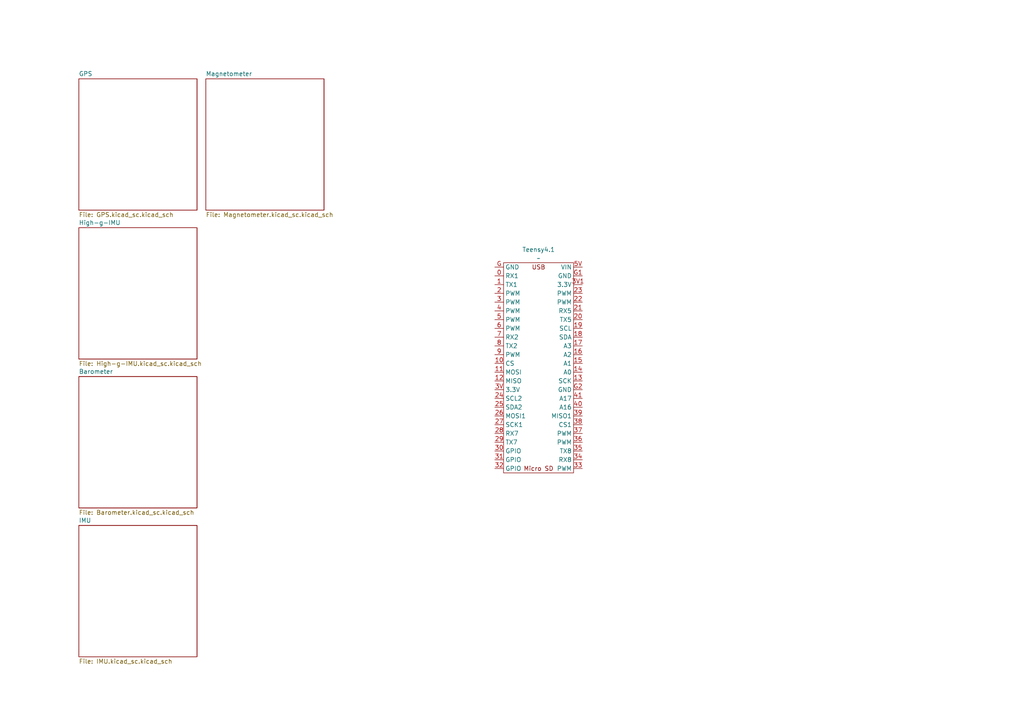
<source format=kicad_sch>
(kicad_sch (version 20250114) (generator "eeschema") (generator_version "9.0")
  (paper "A4")
  (lib_symbols
    (symbol "Avionics:Teensy4.1"
      (property "Reference" "Teensy4.1" (at 0 0 90))
      (symbol "Teensy4.1_0_1"
        (rectangle (start -10.16 30.48) (end 10.16 -30.48))
      )
      (symbol "Teensy4.1_1_1"
        (text "USB" (at 0 29.21 0) (effects (font (size 1.27 1.27))))
        (text "Micro SD" (at 0 -29.21 0) (effects (font (size 1.27 1.27))))
        (pin input line (at -12.7 29.21 0) (length 2.54) (name "GND") (number "G"))
        (pin input line (at -12.7 26.67 0) (length 2.54) (name "RX1") (number "0"))
        (pin input line (at -12.7 24.13 0) (length 2.54) (name "TX1") (number "1"))
        (pin input line (at -12.7 21.59 0) (length 2.54) (name "PWM") (number "2"))
        (pin input line (at -12.7 19.05 0) (length 2.54) (name "PWM") (number "3"))
        (pin input line (at -12.7 16.51 0) (length 2.54) (name "PWM") (number "4"))
        (pin input line (at -12.7 13.97 0) (length 2.54) (name "PWM") (number "5"))
        (pin input line (at -12.7 11.43 0) (length 2.54) (name "PWM") (number "6"))
        (pin input line (at -12.7 8.89 0) (length 2.54) (name "RX2") (number "7"))
        (pin input line (at -12.7 6.35 0) (length 2.54) (name "TX2") (number "8"))
        (pin input line (at -12.7 3.81 0) (length 2.54) (name "PWM") (number "9"))
        (pin input line (at -12.7 1.27 0) (length 2.54) (name "CS") (number "10"))
        (pin input line (at -12.7 -1.27 0) (length 2.54) (name "MOSI") (number "11"))
        (pin input line (at -12.7 -3.81 0) (length 2.54) (name "MISO") (number "12"))
        (pin input line (at -12.7 -6.35 0) (length 2.54) (name "3.3V") (number "3V"))
        (pin input line (at -12.7 -8.89 0) (length 2.54) (name "SCL2") (number "24"))
        (pin input line (at -12.7 -11.43 0) (length 2.54) (name "SDA2") (number "25"))
        (pin input line (at -12.7 -13.97 0) (length 2.54) (name "MOSI1") (number "26"))
        (pin input line (at -12.7 -16.51 0) (length 2.54) (name "SCK1") (number "27"))
        (pin input line (at -12.7 -19.05 0) (length 2.54) (name "RX7") (number "28"))
        (pin input line (at -12.7 -21.59 0) (length 2.54) (name "TX7") (number "29"))
        (pin input line (at -12.7 -24.13 0) (length 2.54) (name "GPIO") (number "30"))
        (pin input line (at -12.7 -26.67 0) (length 2.54) (name "GPIO") (number "31"))
        (pin input line (at -12.7 -29.21 0) (length 2.54) (name "GPIO") (number "32"))
        (pin input line (at 12.7 29.21 180) (length 2.54) (name "VIN") (number "5V"))
        (pin input line (at 12.7 26.67 180) (length 2.54) (name "GND") (number "G1"))
        (pin input line (at 12.7 24.13 180) (length 2.54) (name "3.3V") (number "3V1"))
        (pin input line (at 12.7 21.59 180) (length 2.54) (name "PWM") (number "23"))
        (pin input line (at 12.7 19.05 180) (length 2.54) (name "PWM") (number "22"))
        (pin input line (at 12.7 16.51 180) (length 2.54) (name "RX5") (number "21"))
        (pin input line (at 12.7 13.97 180) (length 2.54) (name "TX5") (number "20"))
        (pin input line (at 12.7 11.43 180) (length 2.54) (name "SCL") (number "19"))
        (pin input line (at 12.7 8.89 180) (length 2.54) (name "SDA") (number "18"))
        (pin input line (at 12.7 6.35 180) (length 2.54) (name "A3") (number "17"))
        (pin input line (at 12.7 3.81 180) (length 2.54) (name "A2") (number "16"))
        (pin input line (at 12.7 1.27 180) (length 2.54) (name "A1") (number "15"))
        (pin input line (at 12.7 -1.27 180) (length 2.54) (name "A0") (number "14"))
        (pin input line (at 12.7 -3.81 180) (length 2.54) (name "SCK") (number "13"))
        (pin input line (at 12.7 -6.35 180) (length 2.54) (name "GND") (number "G2"))
        (pin input line (at 12.7 -8.89 180) (length 2.54) (name "A17") (number "41"))
        (pin input line (at 12.7 -11.43 180) (length 2.54) (name "A16") (number "40"))
        (pin input line (at 12.7 -13.97 180) (length 2.54) (name "MISO1") (number "39"))
        (pin input line (at 12.7 -16.51 180) (length 2.54) (name "CS1") (number "38"))
        (pin input line (at 12.7 -19.05 180) (length 2.54) (name "PWM") (number "37"))
        (pin input line (at 12.7 -21.59 180) (length 2.54) (name "PWM") (number "36"))
        (pin input line (at 12.7 -24.13 180) (length 2.54) (name "TX8") (number "35"))
        (pin input line (at 12.7 -26.67 180) (length 2.54) (name "RX8") (number "34"))
        (pin input line (at 12.7 -29.21 180) (length 2.54) (name "PWM") (number "33"))
      )
    )
  )
  (symbol (lib_id "Avionics:Teensy4.1") (at 156.21 106.68 0) (unit 1)
    (property "Reference" "Teensy4.1" (at 156.21 72.39 0))
    (property "Value" "~" (at 156.21 74.93 0))
  )
  (sheet (at 22.86 66.04) (size 34.29 38.1) (stroke (width 0.1524))
    (property "Sheetname" "High-g-IMU" (at 22.86 65.3284 0) (effects (justify left bottom)))
    (property "Sheetfile" "High-g-IMU.kicad_sc.kicad_sch" (at 22.86 104.7246 0) (effects (justify left top)))
  )
  (sheet (at 59.69 22.86) (size 34.29 38.1) (stroke (width 0.1524))
    (property "Sheetname" "Magnetometer" (at 59.69 22.1484 0) (effects (justify left bottom)))
    (property "Sheetfile" "Magnetometer.kicad_sc.kicad_sch" (at 59.69 61.5446 0) (effects (justify left top)))
  )
  (sheet (at 22.86 152.4) (size 34.29 38.1) (stroke (width 0.1524))
    (property "Sheetname" "IMU" (at 22.86 151.6884 0) (effects (justify left bottom)))
    (property "Sheetfile" "IMU.kicad_sc.kicad_sch" (at 22.86 191.0846 0) (effects (justify left top)))
  )
  (sheet (at 22.86 22.86) (size 34.29 38.1) (stroke (width 0.1524))
    (property "Sheetname" "GPS" (at 22.86 22.1484 0) (effects (justify left bottom)))
    (property "Sheetfile" "GPS.kicad_sc.kicad_sch" (at 22.86 61.5446 0) (effects (justify left top)))
  )
  (sheet (at 22.86 109.22) (size 34.29 38.1) (stroke (width 0.1524))
    (property "Sheetname" "Barometer" (at 22.86 108.5084 0) (effects (justify left bottom)))
    (property "Sheetfile" "Barometer.kicad_sc.kicad_sch" (at 22.86 147.9046 0) (effects (justify left top)))
  )
)
</source>
